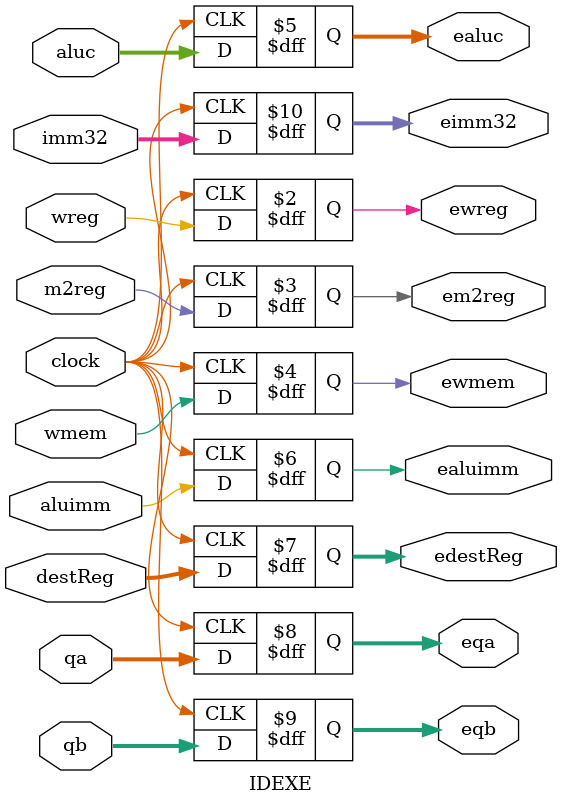
<source format=v>
`timescale 1ns / 1ps


module IDEXE(
    input wreg, // input wreg
    input m2reg, // input m2reg
    input wmem, // input wmem
    input [3:0] aluc, // input aluc, 4 bits
    input aluimm, // input aluimm
    input [4:0] destReg, // input destReg, 5 bits
    input [31:0] qa, // input qa, 32 bits
    input [31:0] qb, // input qb, 32 bits
    input [31:0] imm32, // input imm32, 32 bits
    input clock, // clock input
    
    output reg ewreg, // output ewreg
    output reg em2reg, // output em2reg
    output reg ewmem, // output ewmem
    output reg [3:0] ealuc, // output ealuc, 4 bits
    output reg ealuimm, // output ealuimm
    output reg [4:0] edestReg, // output edestReg, 5 bits
    output reg [31:0] eqa, // output eqa, 32 bits
    output reg [31:0] eqb, // output eqb, 32 bits
    output reg [31:0] eimm32 // output eimm32, 32 bits
);
    
    always @(posedge clock)
    begin
        ewreg <= wreg;
        em2reg <= m2reg;
        ewmem <= wmem;
        ealuc <= aluc;
        ealuimm <= aluimm;
        edestReg <= destReg;
        eqa <= qa;
        eqb <= qb;
        eimm32 <= imm32;
    end
    
endmodule

</source>
